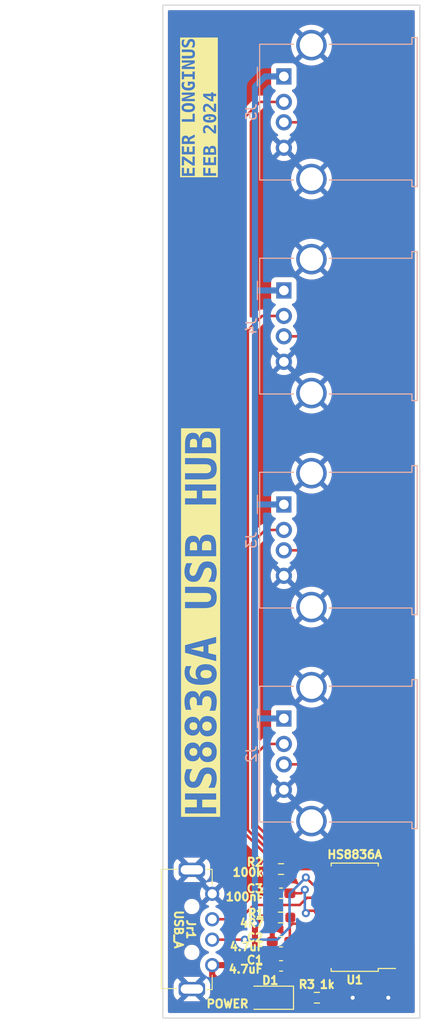
<source format=kicad_pcb>
(kicad_pcb (version 20221018) (generator pcbnew)
  (layers (0 "F.Cu" signal) (31 "B.Cu" signal) (34 "B.Paste" user) (35 "F.Paste" user) (36 "B.SilkS" user "B.Silkscreen") (37 "F.SilkS" user "F.Silkscreen") (38 "B.Mask" user) (39 "F.Mask" user) (44 "Edge.Cuts" user))
  (net 0 "")
  (net 1 "Net-(U1-DCP)")
  (net 2 "GND")
  (net 3 "Net-(U1-VCC)")
  (net 4 "Net-(D1-K)")
  (net 5 "VCC")
  (net 6 "Net-(J2-D-)")
  (net 7 "Net-(J2-D+)")
  (net 8 "Net-(J3-D-)")
  (net 9 "Net-(J3-D+)")
  (net 10 "Net-(J4-D-)")
  (net 11 "Net-(J4-D+)")
  (net 12 "Net-(J5-D-)")
  (net 13 "Net-(J5-D+)")
  (net 14 "Net-(U1-REF)")
  (net 16 "Net-(Jr1-D-)")
  (net 17 "Net-(Jr1-D+)")
  (footprint "LED_SMD:LED_1206_3216Metric" (layer "F.Cu") (at 144.5 145.7 180)
    (fp_text reference "D1" (at 0 1.7) (layer "F.SilkS") (effects (font (size 0.8 0.8) (thickness 1))))
    (fp_text value "POWER" (at 4.2 -0.6) (layer "F.SilkS") (effects (font (size 0.8 0.8) (thickness 1))))
    (fp_line (start -2.285 -1.135) (end -2.285 1.135) (stroke (width 0.12)) (layer "F.SilkS"))
    (fp_line (start -2.285 1.135) (end 1.6 1.135) (stroke (width 0.12)) (layer "F.SilkS"))
    (fp_line (start 1.6 -1.135) (end -2.285 -1.135) (stroke (width 0.12)) (layer "F.SilkS"))
    (pad "1" smd roundrect (at -1.4 0 180) (size 1.25 1.75) (layers "F.Cu" "F.Paste" "F.Mask") (roundrect_rratio 0.2) (net 4 "Net-(D1-K)"))
    (pad "2" smd roundrect (at 1.4 0 180) (size 1.25 1.75) (layers "F.Cu" "F.Paste" "F.Mask") (roundrect_rratio 0.2) (net 5 "VCC"))
  )
  (footprint "Resistor_SMD:R_0603_1608Metric_Pad0.98x0.95mm_HandSolder" (layer "F.Cu") (at 145.5625 133.075)
    (fp_text reference "R2" (at -2.5625 -0.675) (layer "F.SilkS") (effects (font (size 0.8 0.8) (thickness 1))))
    (fp_text value "100k" (at -3.2625 0.325) (layer "F.SilkS") (effects (font (size 0.8 0.8) (thickness 1))))
    (fp_line (start -0.254724 -0.5225) (end 0.254724 -0.5225) (stroke (width 0.12)) (layer "F.SilkS"))
    (fp_line (start -0.254724 0.5225) (end 0.254724 0.5225) (stroke (width 0.12)) (layer "F.SilkS"))
    (pad "1" smd roundrect (at -0.9125 0) (size 0.975 0.95) (layers "F.Cu" "F.Paste" "F.Mask") (net 2 "GND"))
    (pad "2" smd roundrect (at 0.9125 0) (size 0.975 0.95) (layers "F.Cu" "F.Paste" "F.Mask") (net 14 "Net-(U1-REF)"))
  )
  (footprint "Capacitor_SMD:C_0603_1608Metric_Pad1.08x0.95mm_HandSolder" (layer "F.Cu") (at 145.5625 140.2 180)
    (fp_text reference "C2" (at 2.5625 0.4) (layer "F.SilkS") (effects (font (size 0.8 0.8) (thickness 1))))
    (fp_text value "4.7uF" (at 3.3625 -0.5) (layer "F.SilkS") (effects (font (size 0.8 0.8) (thickness 1))))
    (fp_line (start -0.146267 -0.51) (end 0.146267 -0.51) (stroke (width 0.12)) (layer "F.SilkS"))
    (fp_line (start -0.146267 0.51) (end 0.146267 0.51) (stroke (width 0.12)) (layer "F.SilkS"))
    (pad "1" smd roundrect (at -0.8625 0 180) (size 1.075 0.95) (layers "F.Cu" "F.Paste" "F.Mask") (net 3 "Net-(U1-VCC)"))
    (pad "2" smd roundrect (at 0.8625 0 180) (size 1.075 0.95) (layers "F.Cu" "F.Paste" "F.Mask") (net 2 "GND"))
  )
  (footprint "Package_SO:SOP-16_4.4x10.4mm_P1.27mm" (layer "F.Cu") (at 152.8 137.8 180)
    (fp_text reference "U1" (at 0 -6.15) (layer "F.SilkS") (effects (font (size 0.8 0.8) (thickness 1))))
    (fp_text value "HS8836A" (at 0 6.15) (layer "F.SilkS") (effects (font (size 0.8 0.8) (thickness 1))))
    (fp_line (start -2.31 -5.31) (end -2.31 -5.03) (stroke (width 0.12)) (layer "F.SilkS"))
    (fp_line (start -2.31 -5.03) (end -4 -5.03) (stroke (width 0.12)) (layer "F.SilkS"))
    (fp_line (start -2.31 5.31) (end -2.31 5.03) (stroke (width 0.12)) (layer "F.SilkS"))
    (fp_line (start 0 -5.31) (end -2.31 -5.31) (stroke (width 0.12)) (layer "F.SilkS"))
    (fp_line (start 0 -5.31) (end 2.31 -5.31) (stroke (width 0.12)) (layer "F.SilkS"))
    (fp_line (start 0 5.31) (end -2.31 5.31) (stroke (width 0.12)) (layer "F.SilkS"))
    (fp_line (start 0 5.31) (end 2.31 5.31) (stroke (width 0.12)) (layer "F.SilkS"))
    (fp_line (start 2.31 -5.31) (end 2.31 -5.03) (stroke (width 0.12)) (layer "F.SilkS"))
    (fp_line (start 2.31 5.31) (end 2.31 5.03) (stroke (width 0.12)) (layer "F.SilkS"))
    (pad "1" smd roundrect (at -3.0875 -4.445 180) (size 1.825 0.65) (layers "F.Cu" "F.Paste" "F.Mask") (net 12 "Net-(J5-D-)"))
    (pad "2" smd roundrect (at -3.0875 -3.175 180) (size 1.825 0.65) (layers "F.Cu" "F.Paste" "F.Mask") (net 13 "Net-(J5-D+)"))
    (pad "3" smd roundrect (at -3.0875 -1.905 180) (size 1.825 0.65) (layers "F.Cu" "F.Paste" "F.Mask") (net 10 "Net-(J4-D-)"))
    (pad "4" smd roundrect (at -3.0875 -0.635 180) (size 1.825 0.65) (layers "F.Cu" "F.Paste" "F.Mask") (net 11 "Net-(J4-D+)"))
    (pad "5" smd roundrect (at -3.0875 0.635 180) (size 1.825 0.65) (layers "F.Cu" "F.Paste" "F.Mask") (net 8 "Net-(J3-D-)"))
    (pad "6" smd roundrect (at -3.0875 1.905 180) (size 1.825 0.65) (layers "F.Cu" "F.Paste" "F.Mask") (net 9 "Net-(J3-D+)"))
    (pad "7" smd roundrect (at -3.0875 3.175 180) (size 1.825 0.65) (layers "F.Cu" "F.Paste" "F.Mask") (net 6 "Net-(J2-D-)"))
    (pad "8" smd roundrect (at -3.0875 4.445 180) (size 1.825 0.65) (layers "F.Cu" "F.Paste" "F.Mask") (net 7 "Net-(J2-D+)"))
    (pad "9" smd roundrect (at 3.0875 4.445 180) (size 1.825 0.65) (layers "F.Cu" "F.Paste" "F.Mask") (net 14 "Net-(U1-REF)"))
    (pad "10" smd roundrect (at 3.0875 3.175 180) (size 1.825 0.65) (layers "F.Cu" "F.Paste" "F.Mask") (net 16 "Net-(Jr1-D-)"))
    (pad "11" smd roundrect (at 3.0875 1.905 180) (size 1.825 0.65) (layers "F.Cu" "F.Paste" "F.Mask") (net 17 "Net-(Jr1-D+)"))
    (pad "12" smd roundrect (at 3.0875 0.635 180) (size 1.825 0.65) (layers "F.Cu" "F.Paste" "F.Mask") (net 1 "Net-(U1-DCP)"))
    (pad "13" smd roundrect (at 3.0875 -0.635 180) (size 1.825 0.65) (layers "F.Cu" "F.Paste" "F.Mask") (net 3 "Net-(U1-VCC)"))
    (pad "14" smd roundrect (at 3.0875 -1.905 180) (size 1.825 0.65) (layers "F.Cu" "F.Paste" "F.Mask") (net 1 "Net-(U1-DCP)"))
    (pad "15" smd roundrect (at 3.0875 -3.175 180) (size 1.825 0.65) (layers "F.Cu" "F.Paste" "F.Mask"))
    (pad "16" smd roundrect (at 3.0875 -4.445 180) (size 1.825 0.65) (layers "F.Cu" "F.Paste" "F.Mask") (net 2 "GND"))
  )
  (footprint "Capacitor_SMD:C_0603_1608Metric_Pad1.08x0.95mm_HandSolder" (layer "F.Cu") (at 145.5625 135.45 180)
    (fp_text reference "C3" (at 2.5625 0.45) (layer "F.SilkS") (effects (font (size 0.8 0.8) (thickness 1))))
    (fp_text value "100nF" (at 3.5625 -0.35) (layer "F.SilkS") (effects (font (size 0.8 0.8) (thickness 1))))
    (fp_line (start -0.146267 -0.51) (end 0.146267 -0.51) (stroke (width 0.12)) (layer "F.SilkS"))
    (fp_line (start -0.146267 0.51) (end 0.146267 0.51) (stroke (width 0.12)) (layer "F.SilkS"))
    (pad "1" smd roundrect (at -0.8625 0 180) (size 1.075 0.95) (layers "F.Cu" "F.Paste" "F.Mask") (net 1 "Net-(U1-DCP)"))
    (pad "2" smd roundrect (at 0.8625 0 180) (size 1.075 0.95) (layers "F.Cu" "F.Paste" "F.Mask") (net 2 "GND"))
  )
  (footprint "Resistor_SMD:R_0603_1608Metric_Pad0.98x0.95mm_HandSolder" (layer "F.Cu") (at 149.0875 145.7 180)
    (fp_text reference "R3" (at 0.9875 1.3) (layer "F.SilkS") (effects (font (size 0.8 0.8) (thickness 1))))
    (fp_text value "1k" (at -1.0125 1.3) (layer "F.SilkS") (effects (font (size 0.8 0.8) (thickness 1))))
    (fp_line (start -0.254724 -0.5225) (end 0.254724 -0.5225) (stroke (width 0.12)) (layer "F.SilkS"))
    (fp_line (start -0.254724 0.5225) (end 0.254724 0.5225) (stroke (width 0.12)) (layer "F.SilkS"))
    (pad "1" smd roundrect (at -0.9125 0 180) (size 0.975 0.95) (layers "F.Cu" "F.Paste" "F.Mask") (net 2 "GND"))
    (pad "2" smd roundrect (at 0.9125 0 180) (size 0.975 0.95) (layers "F.Cu" "F.Paste" "F.Mask") (net 4 "Net-(D1-K)"))
  )
  (footprint "Resistor_SMD:R_0603_1608Metric_Pad0.98x0.95mm_HandSolder" (layer "F.Cu") (at 145.5625 137.825)
    (fp_text reference "R1" (at -2.4625 -0.425) (layer "F.SilkS") (effects (font (size 0.8 0.8) (thickness 1))))
    (fp_text value "4R7" (at -2.8625 0.575) (layer "F.SilkS") (effects (font (size 0.8 0.8) (thickness 1))))
    (fp_line (start -0.254724 -0.5225) (end 0.254724 -0.5225) (stroke (width 0.12)) (layer "F.SilkS"))
    (fp_line (start -0.254724 0.5225) (end 0.254724 0.5225) (stroke (width 0.12)) (layer "F.SilkS"))
    (pad "1" smd roundrect (at -0.9125 0) (size 0.975 0.95) (layers "F.Cu" "F.Paste" "F.Mask") (net 5 "VCC"))
    (pad "2" smd roundrect (at 0.9125 0) (size 0.975 0.95) (layers "F.Cu" "F.Paste" "F.Mask") (net 3 "Net-(U1-VCC)"))
  )
  (footprint "ELonginus:USB A MALE 2.0 THT" (layer "F.Cu") (at 138.8 139 -90)
    (fp_text reference "Jr1" (at 0 2.1 -90 unlocked) (layer "F.SilkS") (effects (font (size 0.8 0.8) (thickness 1))))
    (fp_text value "USB_A" (at 0 3.3 -90 unlocked) (layer "F.SilkS") (effects (font (size 0.8 0.8) (thickness 1))))
    (fp_line (start -5.9 0) (end -5.9 0.6) (stroke (width 0.1)) (layer "F.SilkS"))
    (fp_line (start -5.9 3.4) (end -5.9 4) (stroke (width 0.1)) (layer "F.SilkS"))
    (fp_line (start -5.9 4) (end -5.9 5) (stroke (width 0.1)) (layer "F.SilkS"))
    (fp_line (start -5.9 5) (end 5.8 5) (stroke (width 0.1)) (layer "F.SilkS"))
    (fp_line (start -4.4 0) (end -5.9 0) (stroke (width 0.1)) (layer "F.SilkS"))
    (fp_line (start 4.5 0) (end 5.9 0) (stroke (width 0.1)) (layer "F.SilkS"))
    (fp_line (start 5.8 5) (end 5.8 3.5) (stroke (width 0.1)) (layer "F.SilkS"))
    (fp_line (start 5.9 0) (end 5.9 0.6) (stroke (width 0.1)) (layer "F.SilkS"))
    (pad "" np_thru_hole circle (at -2.25 2 270) (size 1 1) (drill 1) (layers "F&B.Cu" "*.Mask"))
    (pad "" np_thru_hole circle (at 2.25 2 270) (size 1 1) (drill 1) (layers "F&B.Cu" "*.Mask"))
    (pad "1" thru_hole circle (at 3.5 0 270) (size 1.4 1.4) (drill 0.9) (layers "*.Cu" "*.Mask") (net 5 "VCC"))
    (pad "2" thru_hole circle (at 1 0 270) (size 1.4 1.4) (drill 0.9) (layers "*.Cu" "*.Mask") (net 16 "Net-(Jr1-D-)"))
    (pad "3" thru_hole circle (at -1 0 270) (size 1.4 1.4) (drill 0.9) (layers "*.Cu" "*.Mask") (net 17 "Net-(Jr1-D+)"))
    (pad "4" thru_hole circle (at -3.5 0 270) (size 1.4 1.4) (drill 0.9) (layers "*.Cu" "*.Mask") (net 2 "GND"))
    (pad "5" thru_hole roundrect (at -5.85 2 270) (size 1.4 2.6) (drill oval 0.9 2.2) (layers "*.Cu" "*.Mask") (net 2 "GND"))
    (pad "5" thru_hole roundrect (at 5.85 2 270) (size 1.4 2.6) (drill oval 0.9 2.2) (layers "*.Cu" "*.Mask") (net 2 "GND"))
  )
  (footprint "Capacitor_SMD:C_0603_1608Metric_Pad1.08x0.95mm_HandSolder" (layer "F.Cu") (at 145.5625 142.575 180)
    (fp_text reference "C1" (at 2.5625 0.575) (layer "F.SilkS") (effects (font (size 0.8 0.8) (thickness 1))))
    (fp_text value "4.7uF" (at 3.4625 -0.325) (layer "F.SilkS") (effects (font (size 0.8 0.8) (thickness 1))))
    (fp_line (start -0.146267 -0.51) (end 0.146267 -0.51) (stroke (width 0.12)) (layer "F.SilkS"))
    (fp_line (start -0.146267 0.51) (end 0.146267 0.51) (stroke (width 0.12)) (layer "F.SilkS"))
    (pad "1" smd roundrect (at -0.8625 0 180) (size 1.075 0.95) (layers "F.Cu" "F.Paste" "F.Mask") (net 1 "Net-(U1-DCP)"))
    (pad "2" smd roundrect (at 0.8625 0 180) (size 1.075 0.95) (layers "F.Cu" "F.Paste" "F.Mask") (net 2 "GND"))
  )
  (footprint "Connector_USB:USB_A_Molex_67643_Horizontal" (layer "B.Cu") (at 145.84 118.3 -90)
    (fp_text reference "J2" (at 3.5 3.19 90) (layer "B.SilkS") (effects (justify mirror)))
    (fp_text value "USB_A")
    (fp_line (start -3.81 -13.1) (end 10.81 -13.1) (stroke (width 0.12)) (layer "B.SilkS"))
    (fp_line (start -3.81 -12.58) (end -3.81 -13.1) (stroke (width 0.12)) (layer "B.SilkS"))
    (fp_line (start -3.16 -12.58) (end -3.81 -12.58) (stroke (width 0.12)) (layer "B.SilkS"))
    (fp_line (start -3.16 -12.58) (end -3.16 -4.47) (stroke (width 0.12)) (layer "B.SilkS"))
    (fp_line (start -3.16 2.38) (end -3.16 -0.95) (stroke (width 0.12)) (layer "B.SilkS"))
    (fp_line (start -3.16 2.38) (end 10.16 2.38) (stroke (width 0.12)) (layer "B.SilkS"))
    (fp_line (start -0.9 2.6) (end 0.9 2.6) (stroke (width 0.12)) (layer "B.SilkS"))
    (fp_line (start 10.16 -4.47) (end 10.16 -12.58) (stroke (width 0.12)) (layer "B.SilkS"))
    (fp_line (start 10.16 2.38) (end 10.16 -0.95) (stroke (width 0.12)) (layer "B.SilkS"))
    (fp_line (start 10.81 -13.1) (end 10.81 -12.58) (stroke (width 0.12)) (layer "B.SilkS"))
    (fp_line (start 10.81 -12.58) (end 10.16 -12.58) (stroke (width 0.12)) (layer "B.SilkS"))
    (pad "1" thru_hole rect (at 0 0 270) (size 1.6 1.5) (drill 0.95) (layers "*.Cu" "*.Mask") (net 5 "VCC"))
    (pad "2" thru_hole circle (at 2.5 0 270) (size 1.6 1.6) (drill 0.95) (layers "*.Cu" "*.Mask") (net 6 "Net-(J2-D-)"))
    (pad "3" thru_hole circle (at 4.5 0 270) (size 1.6 1.6) (drill 0.95) (layers "*.Cu" "*.Mask") (net 7 "Net-(J2-D+)"))
    (pad "4" thru_hole circle (at 7 0 270) (size 1.6 1.6) (drill 0.95) (layers "*.Cu" "*.Mask") (net 2 "GND"))
    (pad "5" thru_hole circle (at -3.07 -2.71 270) (size 3 3) (drill 2.3) (layers "*.Cu" "*.Mask") (net 2 "GND"))
    (pad "5" thru_hole circle (at 10.07 -2.71 270) (size 3 3) (drill 2.3) (layers "*.Cu" "*.Mask") (net 2 "GND"))
  )
  (footprint "Connector_USB:USB_A_Molex_67643_Horizontal" (layer "B.Cu") (at 145.84 55.3 -90)
    (fp_text reference "J5" (at 3.5 3.19 90) (layer "B.SilkS") (effects (justify mirror)))
    (fp_text value "USB_A")
    (fp_line (start -3.81 -13.1) (end 10.81 -13.1) (stroke (width 0.12)) (layer "B.SilkS"))
    (fp_line (start -3.81 -12.58) (end -3.81 -13.1) (stroke (width 0.12)) (layer "B.SilkS"))
    (fp_line (start -3.16 -12.58) (end -3.81 -12.58) (stroke (width 0.12)) (layer "B.SilkS"))
    (fp_line (start -3.16 -12.58) (end -3.16 -4.47) (stroke (width 0.12)) (layer "B.SilkS"))
    (fp_line (start -3.16 2.38) (end -3.16 -0.95) (stroke (width 0.12)) (layer "B.SilkS"))
    (fp_line (start -3.16 2.38) (end 10.16 2.38) (stroke (width 0.12)) (layer "B.SilkS"))
    (fp_line (start -0.9 2.6) (end 0.9 2.6) (stroke (width 0.12)) (layer "B.SilkS"))
    (fp_line (start 10.16 -4.47) (end 10.16 -12.58) (stroke (width 0.12)) (layer "B.SilkS"))
    (fp_line (start 10.16 2.38) (end 10.16 -0.95) (stroke (width 0.12)) (layer "B.SilkS"))
    (fp_line (start 10.81 -13.1) (end 10.81 -12.58) (stroke (width 0.12)) (layer "B.SilkS"))
    (fp_line (start 10.81 -12.58) (end 10.16 -12.58) (stroke (width 0.12)) (layer "B.SilkS"))
    (pad "1" thru_hole rect (at 0 0 270) (size 1.6 1.5) (drill 0.95) (layers "*.Cu" "*.Mask") (net 5 "VCC"))
    (pad "2" thru_hole circle (at 2.5 0 270) (size 1.6 1.6) (drill 0.95) (layers "*.Cu" "*.Mask") (net 12 "Net-(J5-D-)"))
    (pad "3" thru_hole circle (at 4.5 0 270) (size 1.6 1.6) (drill 0.95) (layers "*.Cu" "*.Mask") (net 13 "Net-(J5-D+)"))
    (pad "4" thru_hole circle (at 7 0 270) (size 1.6 1.6) (drill 0.95) (layers "*.Cu" "*.Mask") (net 2 "GND"))
    (pad "5" thru_hole circle (at -3.07 -2.71 270) (size 3 3) (drill 2.3) (layers "*.Cu" "*.Mask") (net 2 "GND"))
    (pad "5" thru_hole circle (at 10.07 -2.71 270) (size 3 3) (drill 2.3) (layers "*.Cu" "*.Mask") (net 2 "GND"))
  )
  (footprint "Connector_USB:USB_A_Molex_67643_Horizontal" (layer "B.Cu") (at 145.84 97.3 -90)
    (fp_text reference "J3" (at 3.5 3.19 90) (layer "B.SilkS") (effects (justify mirror)))
    (fp_text value "USB_A")
    (fp_line (start -3.81 -13.1) (end 10.81 -13.1) (stroke (width 0.12)) (layer "B.SilkS"))
    (fp_line (start -3.81 -12.58) (end -3.81 -13.1) (stroke (width 0.12)) (layer "B.SilkS"))
    (fp_line (start -3.16 -12.58) (end -3.81 -12.58) (stroke (width 0.12)) (layer "B.SilkS"))
    (fp_line (start -3.16 -12.58) (end -3.16 -4.47) (stroke (width 0.12)) (layer "B.SilkS"))
    (fp_line (start -3.16 2.38) (end -3.16 -0.95) (stroke (width 0.12)) (layer "B.SilkS"))
    (fp_line (start -3.16 2.38) (end 10.16 2.38) (stroke (width 0.12)) (layer "B.SilkS"))
    (fp_line (start -0.9 2.6) (end 0.9 2.6) (stroke (width 0.12)) (layer "B.SilkS"))
    (fp_line (start 10.16 -4.47) (end 10.16 -12.58) (stroke (width 0.12)) (layer "B.SilkS"))
    (fp_line (start 10.16 2.38) (end 10.16 -0.95) (stroke (width 0.12)) (layer "B.SilkS"))
    (fp_line (start 10.81 -13.1) (end 10.81 -12.58) (stroke (width 0.12)) (layer "B.SilkS"))
    (fp_line (start 10.81 -12.58) (end 10.16 -12.58) (stroke (width 0.12)) (layer "B.SilkS"))
    (pad "1" thru_hole rect (at 0 0 270) (size 1.6 1.5) (drill 0.95) (layers "*.Cu" "*.Mask") (net 5 "VCC"))
    (pad "2" thru_hole circle (at 2.5 0 270) (size 1.6 1.6) (drill 0.95) (layers "*.Cu" "*.Mask") (net 8 "Net-(J3-D-)"))
    (pad "3" thru_hole circle (at 4.5 0 270) (size 1.6 1.6) (drill 0.95) (layers "*.Cu" "*.Mask") (net 9 "Net-(J3-D+)"))
    (pad "4" thru_hole circle (at 7 0 270) (size 1.6 1.6) (drill 0.95) (layers "*.Cu" "*.Mask") (net 2 "GND"))
    (pad "5" thru_hole circle (at -3.07 -2.71 270) (size 3 3) (drill 2.3) (layers "*.Cu" "*.Mask") (net 2 "GND"))
    (pad "5" thru_hole circle (at 10.07 -2.71 270) (size 3 3) (drill 2.3) (layers "*.Cu" "*.Mask") (net 2 "GND"))
  )
  (footprint "Connector_USB:USB_A_Molex_67643_Horizontal" (layer "B.Cu") (at 145.84 76.3 -90)
    (fp_text reference "J4" (at 3.5 3.19 90) (layer "B.SilkS") (effects (justify mirror)))
    (fp_text value "USB_A")
    (fp_line (start -3.81 -13.1) (end 10.81 -13.1) (stroke (width 0.12)) (layer "B.SilkS"))
    (fp_line (start -3.81 -12.58) (end -3.81 -13.1) (stroke (width 0.12)) (layer "B.SilkS"))
    (fp_line (start -3.16 -12.58) (end -3.81 -12.58) (stroke (width 0.12)) (layer "B.SilkS"))
    (fp_line (start -3.16 -12.58) (end -3.16 -4.47) (stroke (width 0.12)) (layer "B.SilkS"))
    (fp_line (start -3.16 2.38) (end -3.16 -0.95) (stroke (width 0.12)) (layer "B.SilkS"))
    (fp_line (start -3.16 2.38) (end 10.16 2.38) (stroke (width 0.12)) (layer "B.SilkS"))
    (fp_line (start -0.9 2.6) (end 0.9 2.6) (stroke (width 0.12)) (layer "B.SilkS"))
    (fp_line (start 10.16 -4.47) (end 10.16 -12.58) (stroke (width 0.12)) (layer "B.SilkS"))
    (fp_line (start 10.16 2.38) (end 10.16 -0.95) (stroke (width 0.12)) (layer "B.SilkS"))
    (fp_line (start 10.81 -13.1) (end 10.81 -12.58) (stroke (width 0.12)) (layer "B.SilkS"))
    (fp_line (start 10.81 -12.58) (end 10.16 -12.58) (stroke (width 0.12)) (layer "B.SilkS"))
    (pad "1" thru_hole rect (at 0 0 270) (size 1.6 1.5) (drill 0.95) (layers "*.Cu" "*.Mask") (net 5 "VCC"))
    (pad "2" thru_hole circle (at 2.5 0 270) (size 1.6 1.6) (drill 0.95) (layers "*.Cu" "*.Mask") (net 10 "Net-(J4-D-)"))
    (pad "3" thru_hole circle (at 4.5 0 270) (size 1.6 1.6) (drill 0.95) (layers "*.Cu" "*.Mask") (net 11 "Net-(J4-D+)"))
    (pad "4" thru_hole circle (at 7 0 270) (size 1.6 1.6) (drill 0.95) (layers "*.Cu" "*.Mask") (net 2 "GND"))
    (pad "5" thru_hole circle (at -3.07 -2.71 270) (size 3 3) (drill 2.3) (layers "*.Cu" "*.Mask") (net 2 "GND"))
    (pad "5" thru_hole circle (at 10.07 -2.71 270) (size 3 3) (drill 2.3) (layers "*.Cu" "*.Mask") (net 2 "GND"))
  )
  (gr_line (start 133.95 48.3) (end 133.95 147.7) (stroke (width 0.1)) (layer "Edge.Cuts"))
  (gr_line (start 159.2 147.7) (end 159.2 48.3) (stroke (width 0.1)) (layer "Edge.Cuts"))
  (gr_line (start 159.2 48.3) (end 133.95 48.3) (stroke (width 0.1)) (layer "Edge.Cuts"))
  (gr_line (start 133.95 147.7) (end 159.2 147.7) (stroke (width 0.1)) (layer "Edge.Cuts"))
  (gr_text "EZER LONGINUS\nFEB 2024" (at 139.4 65.2 90) (layer "F.SilkS" knockout) (effects (font (size 1.25 1.25) (thickness 0.2) bold) (justify left bottom)))
  (gr_text "HS8836A USB HUB" (at 139.7 127.9 90) (layer "F.SilkS" knockout) (effects (font (size 3 3) (thickness 0.3) bold) (justify left bottom)))
  (segment (start 147.8 140.5) (end 148.595 139.705) (width 0.25) (layer "F.Cu") (net 1))
  (segment (start 147.125 142.575) (end 147.8 141.9) (width 0.25) (layer "F.Cu") (net 1))
  (segment (start 151.2 139.4) (end 150.895 139.705) (width 0.25) (layer "F.Cu") (net 1))
  (segment (start 148.235 137.165) (end 148 137.4) (width 0.25) (layer "F.Cu") (net 1))
  (segment (start 150.865 137.165) (end 151.2 137.5) (width 0.25) (layer "F.Cu") (net 1))
  (segment (start 149.7125 137.165) (end 148.235 137.165) (width 0.25) (layer "F.Cu") (net 1))
  (segment (start 146.425 142.575) (end 147.125 142.575) (width 0.25) (layer "F.Cu") (net 1))
  (segment (start 146.425 135.45) (end 147.55 135.45) (width 0.25) (layer "F.Cu") (net 1))
  (segment (start 147.8 141.9) (end 147.8 140.5) (width 0.25) (layer "F.Cu") (net 1))
  (segment (start 147.55 135.45) (end 147.9 135.1) (width 0.25) (layer "F.Cu") (net 1))
  (segment (start 148.595 139.705) (end 149.7125 139.705) (width 0.25) (layer "F.Cu") (net 1))
  (segment (start 150.895 139.705) (end 149.7125 139.705) (width 0.25) (layer "F.Cu") (net 1))
  (segment (start 151.2 137.5) (end 151.2 139.4) (width 0.25) (layer "F.Cu") (net 1))
  (segment (start 149.7125 137.165) (end 150.865 137.165) (width 0.25) (layer "F.Cu") (net 1))
  (via (at 148 137.4) (size 0.8) (drill 0.4) (layers "F.Cu" "B.Cu") (net 1))
  (via (at 147.9 135.1) (size 0.8) (drill 0.4) (layers "F.Cu" "B.Cu") (net 1))
  (segment (start 147.9 137.3) (end 148 137.4) (width 0.25) (layer "B.Cu") (net 1))
  (segment (start 147.9 135.1) (end 147.9 137.3) (width 0.25) (layer "B.Cu") (net 1))
  (via (at 156.1 145.7) (size 0.8) (drill 0.4) (layers "F.Cu" "B.Cu") (net 2))
  (via (at 152.6 145.7) (size 0.8) (drill 0.4) (layers "F.Cu" "B.Cu") (net 2))
  (segment (start 146.425 137.875) (end 146.475 137.825) (width 0.25) (layer "F.Cu") (net 3))
  (segment (start 146.425 140.2) (end 146.425 138.7) (width 0.25) (layer "F.Cu") (net 3))
  (segment (start 149.7125 138.435) (end 146.69 138.435) (width 0.25) (layer "F.Cu") (net 3))
  (segment (start 146.425 138.7) (end 146.425 137.875) (width 0.25) (layer "F.Cu") (net 3))
  (segment (start 146.69 138.435) (end 146.425 138.7) (width 0.25) (layer "F.Cu") (net 3))
  (segment (start 145.9 145.7) (end 148.175 145.7) (width 0.25) (layer "F.Cu") (net 4))
  (segment (start 138.8 142.5) (end 138.8 143.5) (width 0.6) (layer "F.Cu") (net 5))
  (segment (start 143 138.4) (end 143 141.4) (width 0.6) (layer "F.Cu") (net 5))
  (segment (start 144.65 137.825) (end 143.575 137.825) (width 0.6) (layer "F.Cu") (net 5))
  (segment (start 143.575 137.825) (end 143 138.4) (width 0.6) (layer "F.Cu") (net 5))
  (segment (start 141 145.7) (end 143.1 145.7) (width 0.6) (layer "F.Cu") (net 5))
  (segment (start 138.8 143.5) (end 141 145.7) (width 0.6) (layer "F.Cu") (net 5))
  (segment (start 141.9 142.5) (end 138.8 142.5) (width 0.6) (layer "F.Cu") (net 5))
  (segment (start 143 141.4) (end 141.9 142.5) (width 0.6) (layer "F.Cu") (net 5))
  (via (at 143 138.4) (size 0.8) (drill 0.4) (layers "F.Cu" "B.Cu") (net 5))
  (segment (start 143 118.3) (end 143 97.4) (width 0.6) (layer "B.Cu") (net 5))
  (segment (start 143.1 76.3) (end 143 76.2) (width 0.6) (layer "B.Cu") (net 5))
  (segment (start 143 76.2) (end 143 56.3) (width 0.6) (layer "B.Cu") (net 5))
  (segment (start 144 55.3) (end 145.84 55.3) (width 0.6) (layer "B.Cu") (net 5))
  (segment (start 143 97.4) (end 143 76.2) (width 0.6) (layer "B.Cu") (net 5))
  (segment (start 143 56.3) (end 144 55.3) (width 0.6) (layer "B.Cu") (net 5))
  (segment (start 143 138.4) (end 143 118.3) (width 0.6) (layer "B.Cu") (net 5))
  (segment (start 143.1 97.3) (end 143 97.4) (width 0.6) (layer "B.Cu") (net 5))
  (segment (start 145.84 97.3) (end 143.1 97.3) (width 0.6) (layer "B.Cu") (net 5))
  (segment (start 145.84 118.3) (end 143 118.3) (width 0.6) (layer "B.Cu") (net 5))
  (segment (start 145.84 76.3) (end 143.1 76.3) (width 0.6) (layer "B.Cu") (net 5))
  (segment (start 155.8875 134.625) (end 154.925 134.625) (width 0.25) (layer "F.Cu") (net 6))
  (segment (start 144.1 120.8) (end 145.84 120.8) (width 0.25) (layer "F.Cu") (net 6))
  (segment (start 154.3 132.3) (end 152.8 130.8) (width 0.25) (layer "F.Cu") (net 6))
  (segment (start 154.925 134.625) (end 154.3 134) (width 0.25) (layer "F.Cu") (net 6))
  (segment (start 152.8 130.8) (end 145.2 130.8) (width 0.25) (layer "F.Cu") (net 6))
  (segment (start 143.2 128.8) (end 143.2 121.7) (width 0.25) (layer "F.Cu") (net 6))
  (segment (start 145.2 130.8) (end 143.2 128.8) (width 0.25) (layer "F.Cu") (net 6))
  (segment (start 143.2 121.7) (end 144.1 120.8) (width 0.25) (layer "F.Cu") (net 6))
  (segment (start 154.3 134) (end 154.3 132.3) (width 0.25) (layer "F.Cu") (net 6))
  (segment (start 145.84 122.8) (end 149.8 122.8) (width 0.25) (layer "F.Cu") (net 7))
  (segment (start 155.1 132.5675) (end 155.1 128.1) (width 0.25) (layer "F.Cu") (net 7))
  (segment (start 149.8 122.8) (end 155.1 128.1) (width 0.25) (layer "F.Cu") (net 7))
  (segment (start 155.8875 133.355) (end 155.1 132.5675) (width 0.25) (layer "F.Cu") (net 7))
  (segment (start 154.665 137.165) (end 153.85 136.35) (width 0.25) (layer "F.Cu") (net 8))
  (segment (start 153.85 136.35) (end 153.85 132.486396) (width 0.25) (layer "F.Cu") (net 8))
  (segment (start 153.85 132.486396) (end 152.663604 131.3) (width 0.25) (layer "F.Cu") (net 8))
  (segment (start 155.8875 137.165) (end 154.665 137.165) (width 0.25) (layer "F.Cu") (net 8))
  (segment (start 145 131.3) (end 142.75 129.05) (width 0.25) (layer "F.Cu") (net 8))
  (segment (start 142.75 101.05) (end 144 99.8) (width 0.25) (layer "F.Cu") (net 8))
  (segment (start 144 99.8) (end 145.84 99.8) (width 0.25) (layer "F.Cu") (net 8))
  (segment (start 152.663604 131.3) (end 145 131.3) (width 0.25) (layer "F.Cu") (net 8))
  (segment (start 142.75 129.05) (end 142.75 101.05) (width 0.25) (layer "F.Cu") (net 8))
  (segment (start 154.1 104.8) (end 154.1 126.463604) (width 0.25) (layer "F.Cu") (net 9))
  (segment (start 157.5 135.5) (end 157.105 135.895) (width 0.25) (layer "F.Cu") (net 9))
  (segment (start 145.84 101.8) (end 151.1 101.8) (width 0.25) (layer "F.Cu") (net 9))
  (segment (start 157.5 130.1) (end 157.5 135.5) (width 0.25) (layer "F.Cu") (net 9))
  (segment (start 157.5 129.863604) (end 157.5 130.1) (width 0.25) (layer "F.Cu") (net 9))
  (segment (start 154.1 126.463604) (end 157.5 129.863604) (width 0.25) (layer "F.Cu") (net 9))
  (segment (start 151.1 101.8) (end 154.1 104.8) (width 0.25) (layer "F.Cu") (net 9))
  (segment (start 157.105 135.895) (end 155.8875 135.895) (width 0.25) (layer "F.Cu") (net 9))
  (segment (start 144.813604 131.75) (end 142.3 129.236396) (width 0.25) (layer "F.Cu") (net 10))
  (segment (start 153.4 132.672792) (end 152.477208 131.75) (width 0.25) (layer "F.Cu") (net 10))
  (segment (start 155.8875 139.705) (end 154.705 139.705) (width 0.25) (layer "F.Cu") (net 10))
  (segment (start 154.705 139.705) (end 153.4 138.4) (width 0.25) (layer "F.Cu") (net 10))
  (segment (start 143.7 78.8) (end 145.84 78.8) (width 0.25) (layer "F.Cu") (net 10))
  (segment (start 142.3 80.2) (end 143.7 78.8) (width 0.25) (layer "F.Cu") (net 10))
  (segment (start 142.3 129.236396) (end 142.3 80.2) (width 0.25) (layer "F.Cu") (net 10))
  (segment (start 153.4 138.4) (end 153.4 132.672792) (width 0.25) (layer "F.Cu") (net 10))
  (segment (start 152.477208 131.75) (end 144.813604 131.75) (width 0.25) (layer "F.Cu") (net 10))
  (segment (start 150.3 80.8) (end 145.84 80.8) (width 0.25) (layer "F.Cu") (net 11))
  (segment (start 154.55 85.05) (end 150.3 80.8) (width 0.25) (layer "F.Cu") (net 11))
  (segment (start 157.95 137.55) (end 157.95 129.677208) (width 0.25) (layer "F.Cu") (net 11))
  (segment (start 155.8875 138.435) (end 157.065 138.435) (width 0.25) (layer "F.Cu") (net 11))
  (segment (start 157.065 138.435) (end 157.95 137.55) (width 0.25) (layer "F.Cu") (net 11))
  (segment (start 157.95 129.677208) (end 154.55 126.277208) (width 0.25) (layer "F.Cu") (net 11))
  (segment (start 154.55 126.277208) (end 154.55 85.05) (width 0.25) (layer "F.Cu") (net 11))
  (segment (start 152.95 140.84) (end 152.95 132.859188) (width 0.25) (layer "F.Cu") (net 12))
  (segment (start 144.627208 132.2) (end 141.85 129.422792) (width 0.25) (layer "F.Cu") (net 12))
  (segment (start 154.355 142.245) (end 152.95 140.84) (width 0.25) (layer "F.Cu") (net 12))
  (segment (start 141.85 59.45) (end 143.5 57.8) (width 0.25) (layer "F.Cu") (net 12))
  (segment (start 152.290812 132.2) (end 144.627208 132.2) (width 0.25) (layer "F.Cu") (net 12))
  (segment (start 143.5 57.8) (end 145.84 57.8) (width 0.25) (layer "F.Cu") (net 12))
  (segment (start 152.95 132.859188) (end 152.290812 132.2) (width 0.25) (layer "F.Cu") (net 12))
  (segment (start 141.85 129.422792) (end 141.85 59.45) (width 0.25) (layer "F.Cu") (net 12))
  (segment (start 155.8875 142.245) (end 154.355 142.245) (width 0.25) (layer "F.Cu") (net 12))
  (segment (start 158.4 139.7) (end 158.4 129.490812) (width 0.25) (layer "F.Cu") (net 13))
  (segment (start 155.8875 140.975) (end 157.075 140.975) (width 0.25) (layer "F.Cu") (net 13))
  (segment (start 157.1 141) (end 158.4 139.7) (width 0.25) (layer "F.Cu") (net 13))
  (segment (start 155 63.3) (end 151.5 59.8) (width 0.25) (layer "F.Cu") (net 13))
  (segment (start 155 126.090812) (end 155 63.3) (width 0.25) (layer "F.Cu") (net 13))
  (segment (start 157.075 140.975) (end 157.1 141) (width 0.25) (layer "F.Cu") (net 13))
  (segment (start 151.5 59.8) (end 145.84 59.8) (width 0.25) (layer "F.Cu") (net 13))
  (segment (start 158.4 129.490812) (end 155 126.090812) (width 0.25) (layer "F.Cu") (net 13))
  (segment (start 149.4325 133.075) (end 149.7125 133.355) (width 0.25) (layer "F.Cu") (net 14))
  (segment (start 146.475 133.075) (end 149.4325 133.075) (width 0.25) (layer "F.Cu") (net 14))
  (segment (start 148.7 134.6) (end 148 133.9) (width 0.25) (layer "F.Cu") (net 16))
  (segment (start 138.8 140) (end 142 140) (width 0.25) (layer "F.Cu") (net 16))
  (segment (start 149.6875 134.6) (end 149.7125 134.625) (width 0.25) (layer "F.Cu") (net 16))
  (segment (start 149.6875 134.6) (end 149.1 134.6) (width 0.25) (layer "F.Cu") (net 16))
  (segment (start 149.1 134.6) (end 148.7 134.6) (width 0.25) (layer "F.Cu") (net 16))
  (via (at 148 133.9) (size 0.8) (drill 0.4) (layers "F.Cu" "B.Cu") (net 16))
  (via (at 142 140) (size 0.8) (drill 0.4) (layers "F.Cu" "B.Cu") (net 16))
  (segment (start 146.4 138.8) (end 146.4 135.5) (width 0.25) (layer "B.Cu") (net 16))
  (segment (start 142 140) (end 145.2 140) (width 0.25) (layer "B.Cu") (net 16))
  (segment (start 146.4 135.5) (end 148 133.9) (width 0.25) (layer "B.Cu") (net 16))
  (segment (start 145.2 140) (end 146.4 138.8) (width 0.25) (layer "B.Cu") (net 16))
  (segment (start 148.105 135.895) (end 147.4 136.6) (width 0.25) (layer "F.Cu") (net 17))
  (segment (start 141.5 138) (end 138.8 138) (width 0.25) (layer "F.Cu") (net 17))
  (segment (start 149.7125 135.895) (end 148.105 135.895) (width 0.25) (layer "F.Cu") (net 17))
  (segment (start 142.9 136.6) (end 141.5 138) (width 0.25) (layer "F.Cu") (net 17))
  (segment (start 147.4 136.6) (end 142.9 136.6) (width 0.25) (layer "F.Cu") (net 17))
  (zone (net 2) (net_name "GND") (layer "F.Cu") (connect_pads (clearance 0.5)) (min_thickness 0.25) (fill yes (thermal_gap 0.5) (thermal_bridge_width 0.5))
    (polygon (pts (xy 133.2 148.3) (xy 160.2 148.3) (xy 160.1 47.8) (xy 133.2 47.8)))
  )
  (zone (net 2) (net_name "GND") (layer "B.Cu") (priority 1) (connect_pads (clearance 0.5)) (min_thickness 0.25) (fill yes (thermal_gap 0.5) (thermal_bridge_width 0.5))
    (polygon (pts (xy 133.2 148.3) (xy 160.2 148.3) (xy 160.2 47.8) (xy 133.2 47.8)))
  )
)
</source>
